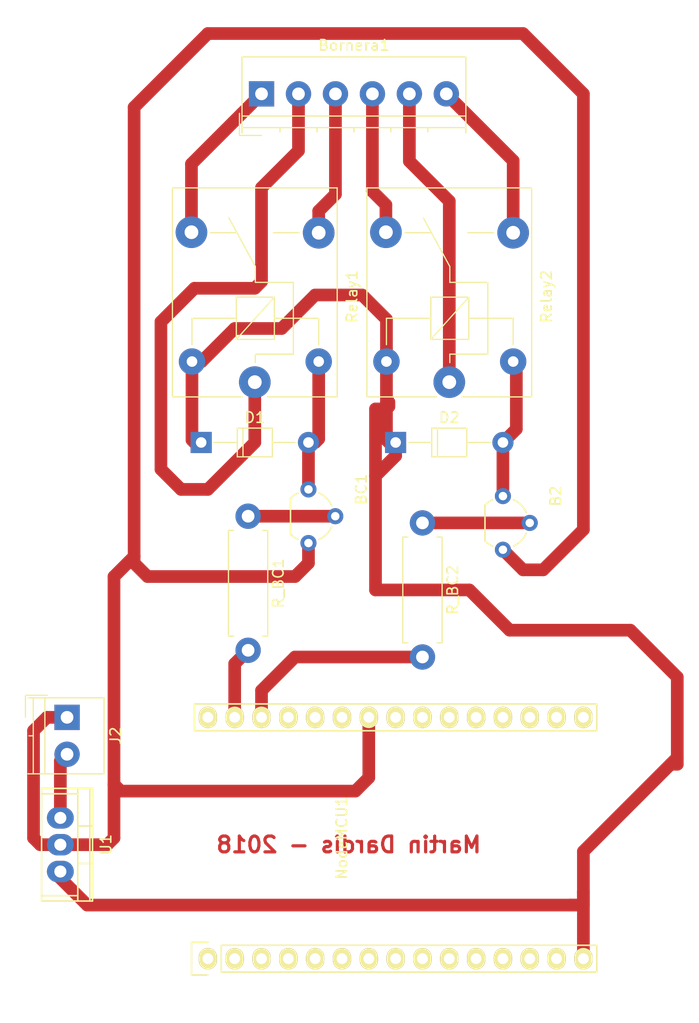
<source format=kicad_pcb>
(kicad_pcb (version 4) (host pcbnew 4.0.7)

  (general
    (links 24)
    (no_connects 0)
    (area 90.045 45.085 157.215 142.583809)
    (thickness 1.6)
    (drawings 1)
    (tracks 107)
    (zones 0)
    (modules 12)
    (nets 42)
  )

  (page A4)
  (layers
    (0 F.Cu signal)
    (31 B.Cu signal)
    (32 B.Adhes user)
    (33 F.Adhes user)
    (34 B.Paste user)
    (35 F.Paste user)
    (36 B.SilkS user)
    (37 F.SilkS user)
    (38 B.Mask user)
    (39 F.Mask user)
    (40 Dwgs.User user)
    (41 Cmts.User user)
    (42 Eco1.User user)
    (43 Eco2.User user)
    (44 Edge.Cuts user)
    (45 Margin user)
    (46 B.CrtYd user)
    (47 F.CrtYd user)
    (48 B.Fab user)
    (49 F.Fab user)
  )

  (setup
    (last_trace_width 1.2)
    (trace_clearance 0.6)
    (zone_clearance 0.1)
    (zone_45_only no)
    (trace_min 0.2)
    (segment_width 0.2)
    (edge_width 0.1)
    (via_size 1)
    (via_drill 0.4)
    (via_min_size 0.4)
    (via_min_drill 0.3)
    (uvia_size 0.3)
    (uvia_drill 0.1)
    (uvias_allowed no)
    (uvia_min_size 0.2)
    (uvia_min_drill 0.1)
    (pcb_text_width 0.3)
    (pcb_text_size 1.5 1.5)
    (mod_edge_width 0.15)
    (mod_text_size 1 1)
    (mod_text_width 0.15)
    (pad_size 1.5 1.5)
    (pad_drill 0.6)
    (pad_to_mask_clearance 0)
    (aux_axis_origin 0 0)
    (visible_elements FFFFFF7F)
    (pcbplotparams
      (layerselection 0x00000_00000001)
      (usegerberextensions false)
      (excludeedgelayer true)
      (linewidth 0.100000)
      (plotframeref false)
      (viasonmask false)
      (mode 1)
      (useauxorigin false)
      (hpglpennumber 1)
      (hpglpenspeed 20)
      (hpglpendiameter 15)
      (hpglpenoverlay 2)
      (psnegative false)
      (psa4output false)
      (plotreference true)
      (plotvalue true)
      (plotinvisibletext false)
      (padsonsilk false)
      (subtractmaskfromsilk false)
      (outputformat 4)
      (mirror false)
      (drillshape 0)
      (scaleselection 1)
      (outputdirectory ""))
  )

  (net 0 "")
  (net 1 "Net-(BC1-Pad2)")
  (net 2 "Net-(BC1-Pad1)")
  (net 3 "Net-(D1-Pad1)")
  (net 4 "Net-(NodeMCU1-Pad1)")
  (net 5 "Net-(NodeMCU1-Pad2)")
  (net 6 "Net-(NodeMCU1-Pad3)")
  (net 7 "Net-(NodeMCU1-Pad4)")
  (net 8 "Net-(NodeMCU1-Pad5)")
  (net 9 "Net-(NodeMCU1-Pad6)")
  (net 10 "Net-(NodeMCU1-Pad7)")
  (net 11 "Net-(NodeMCU1-Pad8)")
  (net 12 "Net-(NodeMCU1-Pad9)")
  (net 13 "Net-(NodeMCU1-Pad10)")
  (net 14 "Net-(NodeMCU1-Pad11)")
  (net 15 "Net-(NodeMCU1-Pad12)")
  (net 16 "Net-(NodeMCU1-Pad13)")
  (net 17 "Net-(NodeMCU1-Pad14)")
  (net 18 "Net-(NodeMCU1-Pad30)")
  (net 19 "Net-(NodeMCU1-Pad18)")
  (net 20 "Net-(NodeMCU1-Pad17)")
  (net 21 "Net-(NodeMCU1-Pad19)")
  (net 22 "Net-(NodeMCU1-Pad25)")
  (net 23 "Net-(NodeMCU1-Pad26)")
  (net 24 "Net-(NodeMCU1-Pad16)")
  (net 25 "Net-(NodeMCU1-Pad22)")
  (net 26 "Net-(NodeMCU1-Pad23)")
  (net 27 "Net-(NodeMCU1-Pad21)")
  (net 28 "Net-(NodeMCU1-Pad20)")
  (net 29 "Net-(NodeMCU1-Pad28)")
  (net 30 "Net-(NodeMCU1-Pad27)")
  (net 31 "Net-(B2-Pad2)")
  (net 32 "Net-(B2-Pad3)")
  (net 33 "Net-(B2-Pad1)")
  (net 34 "Net-(Bornera1-Pad1)")
  (net 35 "Net-(Bornera1-Pad2)")
  (net 36 "Net-(Bornera1-Pad3)")
  (net 37 "Net-(Bornera1-Pad4)")
  (net 38 "Net-(Bornera1-Pad5)")
  (net 39 "Net-(Bornera1-Pad6)")
  (net 40 "Net-(NodeMCU1-Pad29)")
  (net 41 "Net-(J2-Pad2)")

  (net_class Default "Esta es la clase de red por defecto."
    (clearance 0.6)
    (trace_width 1.2)
    (via_dia 1)
    (via_drill 0.4)
    (uvia_dia 0.3)
    (uvia_drill 0.1)
    (add_net "Net-(B2-Pad1)")
    (add_net "Net-(B2-Pad2)")
    (add_net "Net-(B2-Pad3)")
    (add_net "Net-(BC1-Pad1)")
    (add_net "Net-(BC1-Pad2)")
    (add_net "Net-(Bornera1-Pad1)")
    (add_net "Net-(Bornera1-Pad2)")
    (add_net "Net-(Bornera1-Pad3)")
    (add_net "Net-(Bornera1-Pad4)")
    (add_net "Net-(Bornera1-Pad5)")
    (add_net "Net-(Bornera1-Pad6)")
    (add_net "Net-(D1-Pad1)")
    (add_net "Net-(J2-Pad2)")
    (add_net "Net-(NodeMCU1-Pad1)")
    (add_net "Net-(NodeMCU1-Pad10)")
    (add_net "Net-(NodeMCU1-Pad11)")
    (add_net "Net-(NodeMCU1-Pad12)")
    (add_net "Net-(NodeMCU1-Pad13)")
    (add_net "Net-(NodeMCU1-Pad14)")
    (add_net "Net-(NodeMCU1-Pad16)")
    (add_net "Net-(NodeMCU1-Pad17)")
    (add_net "Net-(NodeMCU1-Pad18)")
    (add_net "Net-(NodeMCU1-Pad19)")
    (add_net "Net-(NodeMCU1-Pad2)")
    (add_net "Net-(NodeMCU1-Pad20)")
    (add_net "Net-(NodeMCU1-Pad21)")
    (add_net "Net-(NodeMCU1-Pad22)")
    (add_net "Net-(NodeMCU1-Pad23)")
    (add_net "Net-(NodeMCU1-Pad25)")
    (add_net "Net-(NodeMCU1-Pad26)")
    (add_net "Net-(NodeMCU1-Pad27)")
    (add_net "Net-(NodeMCU1-Pad28)")
    (add_net "Net-(NodeMCU1-Pad29)")
    (add_net "Net-(NodeMCU1-Pad3)")
    (add_net "Net-(NodeMCU1-Pad30)")
    (add_net "Net-(NodeMCU1-Pad4)")
    (add_net "Net-(NodeMCU1-Pad5)")
    (add_net "Net-(NodeMCU1-Pad6)")
    (add_net "Net-(NodeMCU1-Pad7)")
    (add_net "Net-(NodeMCU1-Pad8)")
    (add_net "Net-(NodeMCU1-Pad9)")
  )

  (module TO_SOT_Packages_THT:TO-92_Molded_Wide (layer F.Cu) (tedit 54F243CD) (tstamp 5B7DE51B)
    (at 137.795 92.075 270)
    (descr "TO-92 leads molded, wide, drill 0.8mm (see NXP sot054_po.pdf)")
    (tags "to-92 sc-43 sc-43a sot54 PA33 transistor")
    (path /5B73627F)
    (fp_text reference B2 (at 0 -5 450) (layer F.SilkS)
      (effects (font (size 1 1) (thickness 0.15)))
    )
    (fp_text value BC548 (at 0 3 270) (layer F.Fab)
      (effects (font (size 1 1) (thickness 0.15)))
    )
    (fp_arc (start 2.54 0) (end 0.34 -1) (angle 41.11209044) (layer F.SilkS) (width 0.15))
    (fp_arc (start 2.54 0) (end 4.74 -1) (angle -41.11210221) (layer F.SilkS) (width 0.15))
    (fp_arc (start 2.54 0) (end 0.84 1.7) (angle 20.5) (layer F.SilkS) (width 0.15))
    (fp_arc (start 2.54 0) (end 4.24 1.7) (angle -20.5) (layer F.SilkS) (width 0.15))
    (fp_line (start -1 1.95) (end -1 -3.55) (layer F.CrtYd) (width 0.05))
    (fp_line (start -1 1.95) (end 6.1 1.95) (layer F.CrtYd) (width 0.05))
    (fp_line (start 0.84 1.7) (end 4.24 1.7) (layer F.SilkS) (width 0.15))
    (fp_line (start -1 -3.55) (end 6.1 -3.55) (layer F.CrtYd) (width 0.05))
    (fp_line (start 6.1 1.95) (end 6.1 -3.55) (layer F.CrtYd) (width 0.05))
    (pad 2 thru_hole circle (at 2.54 -2.54) (size 1.524 1.524) (drill 0.8) (layers *.Cu *.Mask)
      (net 31 "Net-(B2-Pad2)"))
    (pad 3 thru_hole circle (at 5.08 0) (size 1.524 1.524) (drill 0.8) (layers *.Cu *.Mask)
      (net 32 "Net-(B2-Pad3)"))
    (pad 1 thru_hole circle (at 0 0) (size 1.524 1.524) (drill 0.8) (layers *.Cu *.Mask)
      (net 33 "Net-(B2-Pad1)"))
    (model TO_SOT_Packages_THT.3dshapes/TO-92_Molded_Wide.wrl
      (at (xyz 0.1 0 0))
      (scale (xyz 1 1 1))
      (rotate (xyz 0 0 -90))
    )
  )

  (module TO_SOT_Packages_THT:TO-92_Molded_Wide (layer F.Cu) (tedit 54F243CD) (tstamp 5B7DE52B)
    (at 119.38 91.44 270)
    (descr "TO-92 leads molded, wide, drill 0.8mm (see NXP sot054_po.pdf)")
    (tags "to-92 sc-43 sc-43a sot54 PA33 transistor")
    (path /5B6B7B49)
    (fp_text reference BC1 (at 0 -5 450) (layer F.SilkS)
      (effects (font (size 1 1) (thickness 0.15)))
    )
    (fp_text value BC548 (at 0 3 270) (layer F.Fab)
      (effects (font (size 1 1) (thickness 0.15)))
    )
    (fp_arc (start 2.54 0) (end 0.34 -1) (angle 41.11209044) (layer F.SilkS) (width 0.15))
    (fp_arc (start 2.54 0) (end 4.74 -1) (angle -41.11210221) (layer F.SilkS) (width 0.15))
    (fp_arc (start 2.54 0) (end 0.84 1.7) (angle 20.5) (layer F.SilkS) (width 0.15))
    (fp_arc (start 2.54 0) (end 4.24 1.7) (angle -20.5) (layer F.SilkS) (width 0.15))
    (fp_line (start -1 1.95) (end -1 -3.55) (layer F.CrtYd) (width 0.05))
    (fp_line (start -1 1.95) (end 6.1 1.95) (layer F.CrtYd) (width 0.05))
    (fp_line (start 0.84 1.7) (end 4.24 1.7) (layer F.SilkS) (width 0.15))
    (fp_line (start -1 -3.55) (end 6.1 -3.55) (layer F.CrtYd) (width 0.05))
    (fp_line (start 6.1 1.95) (end 6.1 -3.55) (layer F.CrtYd) (width 0.05))
    (pad 2 thru_hole circle (at 2.54 -2.54) (size 1.524 1.524) (drill 0.8) (layers *.Cu *.Mask)
      (net 1 "Net-(BC1-Pad2)"))
    (pad 3 thru_hole circle (at 5.08 0) (size 1.524 1.524) (drill 0.8) (layers *.Cu *.Mask)
      (net 32 "Net-(B2-Pad3)"))
    (pad 1 thru_hole circle (at 0 0) (size 1.524 1.524) (drill 0.8) (layers *.Cu *.Mask)
      (net 2 "Net-(BC1-Pad1)"))
    (model TO_SOT_Packages_THT.3dshapes/TO-92_Molded_Wide.wrl
      (at (xyz 0.1 0 0))
      (scale (xyz 1 1 1))
      (rotate (xyz 0 0 -90))
    )
  )

  (module Connectors_Terminal_Blocks:TerminalBlock_4UCON_19963_06x3.5mm_Straight (layer F.Cu) (tedit 5971E3D8) (tstamp 5B7DE552)
    (at 114.935 53.975)
    (descr "6-way 3.5mm pitch terminal block, https://cdn-shop.adafruit.com/datasheets/19963.pdf")
    (tags "screw terminal block")
    (path /5B735FD9)
    (fp_text reference Bornera1 (at 8.75 -4.6) (layer F.SilkS)
      (effects (font (size 1 1) (thickness 0.15)))
    )
    (fp_text value Conn_01x06 (at 8.75 5.1) (layer F.Fab)
      (effects (font (size 1 1) (thickness 0.15)))
    )
    (fp_line (start -2.25 -3.9) (end -2.25 4.1) (layer F.CrtYd) (width 0.05))
    (fp_line (start -2.25 4.1) (end 19.75 4.1) (layer F.CrtYd) (width 0.05))
    (fp_line (start 19.75 4.1) (end 19.75 -3.9) (layer F.CrtYd) (width 0.05))
    (fp_line (start 19.75 -3.9) (end -2.25 -3.9) (layer F.CrtYd) (width 0.05))
    (fp_line (start -1.75 2.1) (end 19.25 2.1) (layer F.Fab) (width 0.1))
    (fp_line (start -1.75 3.2) (end 19.25 3.2) (layer F.Fab) (width 0.1))
    (fp_line (start -1.75 3.6) (end -1.75 -3.4) (layer F.Fab) (width 0.1))
    (fp_line (start -1.75 -3.4) (end 19.25 -3.4) (layer F.Fab) (width 0.1))
    (fp_line (start 19.25 -3.4) (end 19.25 3.6) (layer F.Fab) (width 0.1))
    (fp_line (start 1.75 3.2) (end 1.75 3.6) (layer F.Fab) (width 0.1))
    (fp_line (start 5.25 3.2) (end 5.25 3.6) (layer F.Fab) (width 0.1))
    (fp_line (start 8.75 3.2) (end 8.75 3.6) (layer F.Fab) (width 0.1))
    (fp_line (start 12.25 3.2) (end 12.25 3.6) (layer F.Fab) (width 0.1))
    (fp_line (start 15.75 3.2) (end 15.75 3.6) (layer F.Fab) (width 0.1))
    (fp_line (start -2.09 1.85) (end -2.09 3.94) (layer F.Fab) (width 0.1))
    (fp_line (start -2.09 3.94) (end 0 3.94) (layer F.Fab) (width 0.1))
    (fp_line (start -1.85 2.1) (end 19.35 2.1) (layer F.SilkS) (width 0.12))
    (fp_line (start -1.85 3.2) (end 19.35 3.2) (layer F.SilkS) (width 0.12))
    (fp_line (start -1.85 3.7) (end -1.85 -3.5) (layer F.SilkS) (width 0.12))
    (fp_line (start -1.85 -3.5) (end 19.35 -3.5) (layer F.SilkS) (width 0.12))
    (fp_line (start 19.35 -3.5) (end 19.35 3.7) (layer F.SilkS) (width 0.12))
    (fp_line (start 1.75 3.2) (end 1.75 3.6) (layer F.SilkS) (width 0.12))
    (fp_line (start 5.25 3.2) (end 5.25 3.6) (layer F.SilkS) (width 0.12))
    (fp_line (start 8.75 3.2) (end 8.75 3.6) (layer F.SilkS) (width 0.12))
    (fp_line (start 12.25 3.2) (end 12.25 3.6) (layer F.SilkS) (width 0.12))
    (fp_line (start 15.75 3.2) (end 15.75 3.6) (layer F.SilkS) (width 0.12))
    (fp_line (start -2.09 1.85) (end -2.09 3.94) (layer F.SilkS) (width 0.12))
    (fp_line (start -2.09 3.94) (end 0 3.94) (layer F.SilkS) (width 0.12))
    (fp_text user %R (at 8.75 0.1) (layer F.Fab)
      (effects (font (size 1 1) (thickness 0.15)))
    )
    (pad 1 thru_hole rect (at 0 0) (size 2.4 2.4) (drill 1.2) (layers *.Cu *.Mask)
      (net 34 "Net-(Bornera1-Pad1)"))
    (pad 2 thru_hole circle (at 3.5 0) (size 2.4 2.4) (drill 1.2) (layers *.Cu *.Mask)
      (net 35 "Net-(Bornera1-Pad2)"))
    (pad 3 thru_hole circle (at 7 0) (size 2.4 2.4) (drill 1.2) (layers *.Cu *.Mask)
      (net 36 "Net-(Bornera1-Pad3)"))
    (pad 4 thru_hole circle (at 10.5 0) (size 2.4 2.4) (drill 1.2) (layers *.Cu *.Mask)
      (net 37 "Net-(Bornera1-Pad4)"))
    (pad 5 thru_hole circle (at 14 0) (size 2.4 2.4) (drill 1.2) (layers *.Cu *.Mask)
      (net 38 "Net-(Bornera1-Pad5)"))
    (pad 6 thru_hole circle (at 17.5 0) (size 2.4 2.4) (drill 1.2) (layers *.Cu *.Mask)
      (net 39 "Net-(Bornera1-Pad6)"))
    (model ${KISYS3DMOD}/Connectors_Terminal_Blocks.3dshapes/TerminalBlock_4UCON_19963_06x3.5mm_Straight.wrl
      (at (xyz 0 0 0))
      (scale (xyz 1 1 1))
      (rotate (xyz 0 0 0))
    )
  )

  (module Diodes_THT:D_T-1_P10.16mm_Horizontal (layer F.Cu) (tedit 5921392F) (tstamp 5B7DE56B)
    (at 109.22 86.995)
    (descr "D, T-1 series, Axial, Horizontal, pin pitch=10.16mm, , length*diameter=3.2*2.6mm^2, , http://www.diodes.com/_files/packages/T-1.pdf")
    (tags "D T-1 series Axial Horizontal pin pitch 10.16mm  length 3.2mm diameter 2.6mm")
    (path /5B71E919)
    (fp_text reference D1 (at 5.08 -2.36) (layer F.SilkS)
      (effects (font (size 1 1) (thickness 0.15)))
    )
    (fp_text value D (at 5.08 2.36) (layer F.Fab)
      (effects (font (size 1 1) (thickness 0.15)))
    )
    (fp_text user %R (at 5.08 0) (layer F.Fab)
      (effects (font (size 1 1) (thickness 0.15)))
    )
    (fp_line (start 3.48 -1.3) (end 3.48 1.3) (layer F.Fab) (width 0.1))
    (fp_line (start 3.48 1.3) (end 6.68 1.3) (layer F.Fab) (width 0.1))
    (fp_line (start 6.68 1.3) (end 6.68 -1.3) (layer F.Fab) (width 0.1))
    (fp_line (start 6.68 -1.3) (end 3.48 -1.3) (layer F.Fab) (width 0.1))
    (fp_line (start 0 0) (end 3.48 0) (layer F.Fab) (width 0.1))
    (fp_line (start 10.16 0) (end 6.68 0) (layer F.Fab) (width 0.1))
    (fp_line (start 3.96 -1.3) (end 3.96 1.3) (layer F.Fab) (width 0.1))
    (fp_line (start 3.42 -1.36) (end 3.42 1.36) (layer F.SilkS) (width 0.12))
    (fp_line (start 3.42 1.36) (end 6.74 1.36) (layer F.SilkS) (width 0.12))
    (fp_line (start 6.74 1.36) (end 6.74 -1.36) (layer F.SilkS) (width 0.12))
    (fp_line (start 6.74 -1.36) (end 3.42 -1.36) (layer F.SilkS) (width 0.12))
    (fp_line (start 1.18 0) (end 3.42 0) (layer F.SilkS) (width 0.12))
    (fp_line (start 8.98 0) (end 6.74 0) (layer F.SilkS) (width 0.12))
    (fp_line (start 3.96 -1.36) (end 3.96 1.36) (layer F.SilkS) (width 0.12))
    (fp_line (start -1.25 -1.65) (end -1.25 1.65) (layer F.CrtYd) (width 0.05))
    (fp_line (start -1.25 1.65) (end 11.45 1.65) (layer F.CrtYd) (width 0.05))
    (fp_line (start 11.45 1.65) (end 11.45 -1.65) (layer F.CrtYd) (width 0.05))
    (fp_line (start 11.45 -1.65) (end -1.25 -1.65) (layer F.CrtYd) (width 0.05))
    (pad 1 thru_hole rect (at 0 0) (size 2 2) (drill 1) (layers *.Cu *.Mask)
      (net 3 "Net-(D1-Pad1)"))
    (pad 2 thru_hole oval (at 10.16 0) (size 2 2) (drill 1) (layers *.Cu *.Mask)
      (net 2 "Net-(BC1-Pad1)"))
    (model ${KISYS3DMOD}/Diodes_THT.3dshapes/D_T-1_P10.16mm_Horizontal.wrl
      (at (xyz 0 0 0))
      (scale (xyz 0.393701 0.393701 0.393701))
      (rotate (xyz 0 0 0))
    )
  )

  (module Diodes_THT:D_T-1_P10.16mm_Horizontal (layer F.Cu) (tedit 5921392F) (tstamp 5B7DE584)
    (at 127.635 86.995)
    (descr "D, T-1 series, Axial, Horizontal, pin pitch=10.16mm, , length*diameter=3.2*2.6mm^2, , http://www.diodes.com/_files/packages/T-1.pdf")
    (tags "D T-1 series Axial Horizontal pin pitch 10.16mm  length 3.2mm diameter 2.6mm")
    (path /5B736721)
    (fp_text reference D2 (at 5.08 -2.36) (layer F.SilkS)
      (effects (font (size 1 1) (thickness 0.15)))
    )
    (fp_text value D (at 5.08 2.36) (layer F.Fab)
      (effects (font (size 1 1) (thickness 0.15)))
    )
    (fp_text user %R (at 5.08 0) (layer F.Fab)
      (effects (font (size 1 1) (thickness 0.15)))
    )
    (fp_line (start 3.48 -1.3) (end 3.48 1.3) (layer F.Fab) (width 0.1))
    (fp_line (start 3.48 1.3) (end 6.68 1.3) (layer F.Fab) (width 0.1))
    (fp_line (start 6.68 1.3) (end 6.68 -1.3) (layer F.Fab) (width 0.1))
    (fp_line (start 6.68 -1.3) (end 3.48 -1.3) (layer F.Fab) (width 0.1))
    (fp_line (start 0 0) (end 3.48 0) (layer F.Fab) (width 0.1))
    (fp_line (start 10.16 0) (end 6.68 0) (layer F.Fab) (width 0.1))
    (fp_line (start 3.96 -1.3) (end 3.96 1.3) (layer F.Fab) (width 0.1))
    (fp_line (start 3.42 -1.36) (end 3.42 1.36) (layer F.SilkS) (width 0.12))
    (fp_line (start 3.42 1.36) (end 6.74 1.36) (layer F.SilkS) (width 0.12))
    (fp_line (start 6.74 1.36) (end 6.74 -1.36) (layer F.SilkS) (width 0.12))
    (fp_line (start 6.74 -1.36) (end 3.42 -1.36) (layer F.SilkS) (width 0.12))
    (fp_line (start 1.18 0) (end 3.42 0) (layer F.SilkS) (width 0.12))
    (fp_line (start 8.98 0) (end 6.74 0) (layer F.SilkS) (width 0.12))
    (fp_line (start 3.96 -1.36) (end 3.96 1.36) (layer F.SilkS) (width 0.12))
    (fp_line (start -1.25 -1.65) (end -1.25 1.65) (layer F.CrtYd) (width 0.05))
    (fp_line (start -1.25 1.65) (end 11.45 1.65) (layer F.CrtYd) (width 0.05))
    (fp_line (start 11.45 1.65) (end 11.45 -1.65) (layer F.CrtYd) (width 0.05))
    (fp_line (start 11.45 -1.65) (end -1.25 -1.65) (layer F.CrtYd) (width 0.05))
    (pad 1 thru_hole rect (at 0 0) (size 2 2) (drill 1) (layers *.Cu *.Mask)
      (net 3 "Net-(D1-Pad1)"))
    (pad 2 thru_hole oval (at 10.16 0) (size 2 2) (drill 1) (layers *.Cu *.Mask)
      (net 33 "Net-(B2-Pad1)"))
    (model ${KISYS3DMOD}/Diodes_THT.3dshapes/D_T-1_P10.16mm_Horizontal.wrl
      (at (xyz 0 0 0))
      (scale (xyz 0.393701 0.393701 0.393701))
      (rotate (xyz 0 0 0))
    )
  )

  (module Connectors_Terminal_Blocks:TerminalBlock_4UCON_19963_02x3.5mm_Straight (layer F.Cu) (tedit 596E7C65) (tstamp 5B7DE5AD)
    (at 96.52 113.03 270)
    (descr "2-way 3.5mm pitch terminal block, https://cdn-shop.adafruit.com/datasheets/19963.pdf")
    (tags "screw terminal block")
    (path /5B7375E7)
    (fp_text reference J2 (at 1.75 -4.6 270) (layer F.SilkS)
      (effects (font (size 1 1) (thickness 0.15)))
    )
    (fp_text value Conn_01x02 (at 1.75 5.1 270) (layer F.Fab)
      (effects (font (size 1 1) (thickness 0.15)))
    )
    (fp_line (start -2.25 -3.9) (end -2.25 4.1) (layer F.CrtYd) (width 0.05))
    (fp_line (start -2.25 4.1) (end 5.75 4.1) (layer F.CrtYd) (width 0.05))
    (fp_line (start 5.75 4.1) (end 5.75 -3.9) (layer F.CrtYd) (width 0.05))
    (fp_line (start 5.75 -3.9) (end -2.25 -3.9) (layer F.CrtYd) (width 0.05))
    (fp_line (start -1.75 2.1) (end 5.25 2.1) (layer F.Fab) (width 0.1))
    (fp_line (start -1.75 3.2) (end 5.25 3.2) (layer F.Fab) (width 0.1))
    (fp_line (start -1.75 3.6) (end -1.75 -3.4) (layer F.Fab) (width 0.1))
    (fp_line (start -1.75 -3.4) (end 5.25 -3.4) (layer F.Fab) (width 0.1))
    (fp_line (start 5.25 -3.4) (end 5.25 3.6) (layer F.Fab) (width 0.1))
    (fp_line (start 1.75 3.2) (end 1.75 3.6) (layer F.Fab) (width 0.1))
    (fp_line (start -2.09 1.85) (end -2.09 3.94) (layer F.Fab) (width 0.1))
    (fp_line (start -2.09 3.94) (end 0 3.94) (layer F.Fab) (width 0.1))
    (fp_line (start -1.85 2.1) (end 5.35 2.1) (layer F.SilkS) (width 0.12))
    (fp_line (start -1.85 3.2) (end 5.35 3.2) (layer F.SilkS) (width 0.12))
    (fp_line (start -1.85 3.7) (end -1.85 -3.5) (layer F.SilkS) (width 0.12))
    (fp_line (start -1.85 -3.5) (end 5.35 -3.5) (layer F.SilkS) (width 0.12))
    (fp_line (start 5.35 -3.5) (end 5.35 3.7) (layer F.SilkS) (width 0.12))
    (fp_line (start 1.75 3.2) (end 1.75 3.6) (layer F.SilkS) (width 0.12))
    (fp_line (start -2.09 1.85) (end -2.09 3.94) (layer F.SilkS) (width 0.12))
    (fp_line (start -2.09 3.94) (end 0 3.94) (layer F.SilkS) (width 0.12))
    (fp_text user %R (at 1.75 0.1 270) (layer F.Fab)
      (effects (font (size 1 1) (thickness 0.15)))
    )
    (pad 1 thru_hole rect (at 0 0 270) (size 2.4 2.4) (drill 1.2) (layers *.Cu *.Mask)
      (net 32 "Net-(B2-Pad3)"))
    (pad 2 thru_hole circle (at 3.5 0 270) (size 2.4 2.4) (drill 1.2) (layers *.Cu *.Mask)
      (net 41 "Net-(J2-Pad2)"))
    (model ${KISYS3DMOD}/Connectors_Terminal_Blocks.3dshapes/TerminalBlock_4UCON_19963_02x3.5mm_Straight.wrl
      (at (xyz 0 0 0))
      (scale (xyz 1 1 1))
      (rotate (xyz 0 0 0))
    )
  )

  (module nodemcu:NodeMCU_Amica_R2 (layer F.Cu) (tedit 5A22F9CB) (tstamp 5B7DE5E5)
    (at 109.855 135.89 90)
    (descr "Through-hole-mounted NodeMCU 0.9")
    (tags nodemcu)
    (path /5B6B7953)
    (fp_text reference NodeMCU1 (at 11.43 12.68 90) (layer F.SilkS)
      (effects (font (size 1 1) (thickness 0.15)))
    )
    (fp_text value "NodeMCU1.0(ESP-12E)" (at 11.43 45.085 90) (layer F.Fab)
      (effects (font (size 2 2) (thickness 0.15)))
    )
    (fp_line (start 15.24 37.465) (end 15.24 42.545) (layer F.CrtYd) (width 0.15))
    (fp_line (start 7.62 37.465) (end 15.24 37.465) (layer F.CrtYd) (width 0.15))
    (fp_line (start 7.62 42.545) (end 7.62 37.465) (layer F.CrtYd) (width 0.15))
    (fp_line (start -1.905 42.545) (end -1.905 -6.35) (layer F.CrtYd) (width 0.15))
    (fp_line (start 24.765 42.545) (end -1.905 42.545) (layer F.CrtYd) (width 0.15))
    (fp_line (start 24.765 -6.35) (end 24.765 42.545) (layer F.CrtYd) (width 0.15))
    (fp_line (start -1.905 -6.35) (end 24.765 -6.35) (layer F.CrtYd) (width 0.15))
    (fp_line (start -1.27 1.27) (end -1.27 36.83) (layer F.SilkS) (width 0.15))
    (fp_line (start -1.27 36.83) (end 1.27 36.83) (layer F.SilkS) (width 0.15))
    (fp_line (start 1.27 36.83) (end 1.27 1.27) (layer F.SilkS) (width 0.15))
    (fp_line (start 1.55 -1.55) (end 1.55 0) (layer F.SilkS) (width 0.15))
    (fp_line (start 1.27 1.27) (end -1.27 1.27) (layer F.SilkS) (width 0.15))
    (fp_line (start -1.55 0) (end -1.55 -1.55) (layer F.SilkS) (width 0.15))
    (fp_line (start -1.55 -1.55) (end 1.55 -1.55) (layer F.SilkS) (width 0.15))
    (fp_line (start 21.59 36.83) (end 24.13 36.83) (layer F.SilkS) (width 0.15))
    (fp_line (start 21.59 -1.27) (end 21.59 36.83) (layer F.SilkS) (width 0.15))
    (fp_line (start 24.13 -1.27) (end 21.59 -1.27) (layer F.SilkS) (width 0.15))
    (fp_line (start 24.13 36.83) (end 24.13 -1.27) (layer F.SilkS) (width 0.15))
    (pad 1 thru_hole oval (at 0 0 90) (size 2.032 1.7272) (drill 1.016) (layers *.Cu *.Mask F.SilkS)
      (net 4 "Net-(NodeMCU1-Pad1)"))
    (pad 2 thru_hole oval (at 0 2.54 90) (size 2.032 1.7272) (drill 1.016) (layers *.Cu *.Mask F.SilkS)
      (net 5 "Net-(NodeMCU1-Pad2)"))
    (pad 3 thru_hole oval (at 0 5.08 90) (size 2.032 1.7272) (drill 1.016) (layers *.Cu *.Mask F.SilkS)
      (net 6 "Net-(NodeMCU1-Pad3)"))
    (pad 4 thru_hole oval (at 0 7.62 90) (size 2.032 1.7272) (drill 1.016) (layers *.Cu *.Mask F.SilkS)
      (net 7 "Net-(NodeMCU1-Pad4)"))
    (pad 5 thru_hole oval (at 0 10.16 90) (size 2.032 1.7272) (drill 1.016) (layers *.Cu *.Mask F.SilkS)
      (net 8 "Net-(NodeMCU1-Pad5)"))
    (pad 6 thru_hole oval (at 0 12.7 90) (size 2.032 1.7272) (drill 1.016) (layers *.Cu *.Mask F.SilkS)
      (net 9 "Net-(NodeMCU1-Pad6)"))
    (pad 7 thru_hole oval (at 0 15.24 90) (size 2.032 1.7272) (drill 1.016) (layers *.Cu *.Mask F.SilkS)
      (net 10 "Net-(NodeMCU1-Pad7)"))
    (pad 8 thru_hole oval (at 0 17.78 90) (size 2.032 1.7272) (drill 1.016) (layers *.Cu *.Mask F.SilkS)
      (net 11 "Net-(NodeMCU1-Pad8)"))
    (pad 9 thru_hole oval (at 0 20.32 90) (size 2.032 1.7272) (drill 1.016) (layers *.Cu *.Mask F.SilkS)
      (net 12 "Net-(NodeMCU1-Pad9)"))
    (pad 10 thru_hole oval (at 0 22.86 90) (size 2.032 1.7272) (drill 1.016) (layers *.Cu *.Mask F.SilkS)
      (net 13 "Net-(NodeMCU1-Pad10)"))
    (pad 11 thru_hole oval (at 0 25.4 90) (size 2.032 1.7272) (drill 1.016) (layers *.Cu *.Mask F.SilkS)
      (net 14 "Net-(NodeMCU1-Pad11)"))
    (pad 12 thru_hole oval (at 0 27.94 90) (size 2.032 1.7272) (drill 1.016) (layers *.Cu *.Mask F.SilkS)
      (net 15 "Net-(NodeMCU1-Pad12)"))
    (pad 13 thru_hole oval (at 0 30.48 90) (size 2.032 1.7272) (drill 1.016) (layers *.Cu *.Mask F.SilkS)
      (net 16 "Net-(NodeMCU1-Pad13)"))
    (pad 14 thru_hole oval (at 0 33.02 90) (size 2.032 1.7272) (drill 1.016) (layers *.Cu *.Mask F.SilkS)
      (net 17 "Net-(NodeMCU1-Pad14)"))
    (pad 15 thru_hole oval (at 0 35.56 90) (size 2.032 1.7272) (drill 1.016) (layers *.Cu *.Mask F.SilkS)
      (net 3 "Net-(D1-Pad1)"))
    (pad 30 thru_hole oval (at 22.86 0 90) (size 2.032 1.7272) (drill 1.016) (layers *.Cu *.Mask F.SilkS)
      (net 18 "Net-(NodeMCU1-Pad30)"))
    (pad 18 thru_hole oval (at 22.86 30.48 90) (size 2.032 1.7272) (drill 1.016) (layers *.Cu *.Mask F.SilkS)
      (net 19 "Net-(NodeMCU1-Pad18)"))
    (pad 17 thru_hole oval (at 22.86 33.02 90) (size 2.032 1.7272) (drill 1.016) (layers *.Cu *.Mask F.SilkS)
      (net 20 "Net-(NodeMCU1-Pad17)"))
    (pad 19 thru_hole oval (at 22.86 27.94 90) (size 2.032 1.7272) (drill 1.016) (layers *.Cu *.Mask F.SilkS)
      (net 21 "Net-(NodeMCU1-Pad19)"))
    (pad 25 thru_hole oval (at 22.86 12.7 90) (size 2.032 1.7272) (drill 1.016) (layers *.Cu *.Mask F.SilkS)
      (net 22 "Net-(NodeMCU1-Pad25)"))
    (pad 26 thru_hole oval (at 22.86 10.16 90) (size 2.032 1.7272) (drill 1.016) (layers *.Cu *.Mask F.SilkS)
      (net 23 "Net-(NodeMCU1-Pad26)"))
    (pad 24 thru_hole oval (at 22.86 15.24 90) (size 2.032 1.7272) (drill 1.016) (layers *.Cu *.Mask F.SilkS)
      (net 32 "Net-(B2-Pad3)"))
    (pad 16 thru_hole oval (at 22.86 35.56 90) (size 2.032 1.7272) (drill 1.016) (layers *.Cu *.Mask F.SilkS)
      (net 24 "Net-(NodeMCU1-Pad16)"))
    (pad 22 thru_hole oval (at 22.86 20.32 90) (size 2.032 1.7272) (drill 1.016) (layers *.Cu *.Mask F.SilkS)
      (net 25 "Net-(NodeMCU1-Pad22)"))
    (pad 23 thru_hole oval (at 22.86 17.78 90) (size 2.032 1.7272) (drill 1.016) (layers *.Cu *.Mask F.SilkS)
      (net 26 "Net-(NodeMCU1-Pad23)"))
    (pad 21 thru_hole oval (at 22.86 22.86 90) (size 2.032 1.7272) (drill 1.016) (layers *.Cu *.Mask F.SilkS)
      (net 27 "Net-(NodeMCU1-Pad21)"))
    (pad 20 thru_hole oval (at 22.86 25.4 90) (size 2.032 1.7272) (drill 1.016) (layers *.Cu *.Mask F.SilkS)
      (net 28 "Net-(NodeMCU1-Pad20)"))
    (pad 28 thru_hole oval (at 22.86 5.08 90) (size 2.032 1.7272) (drill 1.016) (layers *.Cu *.Mask F.SilkS)
      (net 29 "Net-(NodeMCU1-Pad28)"))
    (pad 27 thru_hole oval (at 22.86 7.62 90) (size 2.032 1.7272) (drill 1.016) (layers *.Cu *.Mask F.SilkS)
      (net 30 "Net-(NodeMCU1-Pad27)"))
    (pad 29 thru_hole oval (at 22.86 2.54 90) (size 2.032 1.7272) (drill 1.016) (layers *.Cu *.Mask F.SilkS)
      (net 40 "Net-(NodeMCU1-Pad29)"))
    (pad "" np_thru_hole circle (at 0.8 39.38 90) (size 3.2 3.2) (drill 3.2) (layers *.Cu *.Mask))
    (pad "" np_thru_hole circle (at 22 39.38 90) (size 3.2 3.2) (drill 3.2) (layers *.Cu *.Mask))
    (pad "" np_thru_hole circle (at 22 -4.25 90) (size 3.2 3.2) (drill 3.2) (layers *.Cu *.Mask))
    (pad "" np_thru_hole circle (at 0.75 -4.25 90) (size 3.2 3.2) (drill 3.2) (layers *.Cu *.Mask))
  )

  (module Relays_THT:Relay_SPDT_SANYOU_SRD_Series_Form_C (layer F.Cu) (tedit 58FA3148) (tstamp 5B7DE60E)
    (at 114.3 81.28 90)
    (descr "relay Sanyou SRD series Form C http://www.sanyourelay.ca/public/products/pdf/SRD.pdf")
    (tags "relay Sanyu SRD form C")
    (path /5B71E44B)
    (fp_text reference Relay1 (at 8.1 9.2 90) (layer F.SilkS)
      (effects (font (size 1 1) (thickness 0.15)))
    )
    (fp_text value SANYOU_SRD_Form_C (at 8 -9.6 90) (layer F.Fab)
      (effects (font (size 1 1) (thickness 0.15)))
    )
    (fp_line (start -1.4 1.2) (end -1.4 7.8) (layer F.SilkS) (width 0.12))
    (fp_line (start -1.4 -7.8) (end -1.4 -1.2) (layer F.SilkS) (width 0.12))
    (fp_line (start -1.4 -7.8) (end 18.4 -7.8) (layer F.SilkS) (width 0.12))
    (fp_line (start 18.4 -7.8) (end 18.4 7.8) (layer F.SilkS) (width 0.12))
    (fp_line (start 18.4 7.8) (end -1.4 7.8) (layer F.SilkS) (width 0.12))
    (fp_text user 1 (at 0 -2.3 90) (layer F.Fab)
      (effects (font (size 1 1) (thickness 0.15)))
    )
    (fp_line (start -1.3 -7.7) (end 18.3 -7.7) (layer F.Fab) (width 0.12))
    (fp_line (start 18.3 -7.7) (end 18.3 7.7) (layer F.Fab) (width 0.12))
    (fp_line (start 18.3 7.7) (end -1.3 7.7) (layer F.Fab) (width 0.12))
    (fp_line (start -1.3 7.7) (end -1.3 -7.7) (layer F.Fab) (width 0.12))
    (fp_text user %R (at 7.1 0.025 90) (layer F.Fab)
      (effects (font (size 1 1) (thickness 0.15)))
    )
    (fp_line (start 18.55 -7.95) (end -1.55 -7.95) (layer F.CrtYd) (width 0.05))
    (fp_line (start -1.55 7.95) (end -1.55 -7.95) (layer F.CrtYd) (width 0.05))
    (fp_line (start 18.55 -7.95) (end 18.55 7.95) (layer F.CrtYd) (width 0.05))
    (fp_line (start -1.55 7.95) (end 18.55 7.95) (layer F.CrtYd) (width 0.05))
    (fp_line (start 14.15 4.2) (end 14.15 1.75) (layer F.SilkS) (width 0.12))
    (fp_line (start 14.15 -4.2) (end 14.15 -1.7) (layer F.SilkS) (width 0.12))
    (fp_line (start 3.55 6.05) (end 6.05 6.05) (layer F.SilkS) (width 0.12))
    (fp_line (start 2.65 0.05) (end 1.85 0.05) (layer F.SilkS) (width 0.12))
    (fp_line (start 6.05 -5.95) (end 3.55 -5.95) (layer F.SilkS) (width 0.12))
    (fp_line (start 9.45 0.05) (end 10.95 0.05) (layer F.SilkS) (width 0.12))
    (fp_line (start 10.95 0.05) (end 15.55 -2.45) (layer F.SilkS) (width 0.12))
    (fp_line (start 9.45 3.65) (end 2.65 3.65) (layer F.SilkS) (width 0.12))
    (fp_line (start 9.45 0.05) (end 9.45 3.65) (layer F.SilkS) (width 0.12))
    (fp_line (start 2.65 0.05) (end 2.65 3.65) (layer F.SilkS) (width 0.12))
    (fp_line (start 6.05 -5.95) (end 6.05 -1.75) (layer F.SilkS) (width 0.12))
    (fp_line (start 6.05 1.85) (end 6.05 6.05) (layer F.SilkS) (width 0.12))
    (fp_line (start 8.05 1.85) (end 4.05 -1.75) (layer F.SilkS) (width 0.12))
    (fp_line (start 4.05 1.85) (end 4.05 -1.75) (layer F.SilkS) (width 0.12))
    (fp_line (start 4.05 -1.75) (end 8.05 -1.75) (layer F.SilkS) (width 0.12))
    (fp_line (start 8.05 -1.75) (end 8.05 1.85) (layer F.SilkS) (width 0.12))
    (fp_line (start 8.05 1.85) (end 4.05 1.85) (layer F.SilkS) (width 0.12))
    (pad 2 thru_hole circle (at 1.95 6.05 180) (size 2.5 2.5) (drill 1) (layers *.Cu *.Mask)
      (net 2 "Net-(BC1-Pad1)"))
    (pad 3 thru_hole circle (at 14.15 6.05 180) (size 3 3) (drill 1.3) (layers *.Cu *.Mask)
      (net 36 "Net-(Bornera1-Pad3)"))
    (pad 4 thru_hole circle (at 14.2 -6 180) (size 3 3) (drill 1.3) (layers *.Cu *.Mask)
      (net 34 "Net-(Bornera1-Pad1)"))
    (pad 5 thru_hole circle (at 1.95 -5.95 180) (size 2.5 2.5) (drill 1) (layers *.Cu *.Mask)
      (net 3 "Net-(D1-Pad1)"))
    (pad 1 thru_hole circle (at 0 0 180) (size 3 3) (drill 1.3) (layers *.Cu *.Mask)
      (net 35 "Net-(Bornera1-Pad2)"))
    (model ${KISYS3DMOD}/Relays_THT.3dshapes/Relay_SPDT_SANYOU_SRD_Series_Form_C.wrl
      (at (xyz 0 0 0))
      (scale (xyz 1 1 1))
      (rotate (xyz 0 0 0))
    )
  )

  (module Relays_THT:Relay_SPDT_SANYOU_SRD_Series_Form_C (layer F.Cu) (tedit 58FA3148) (tstamp 5B7DE637)
    (at 132.715 81.28 90)
    (descr "relay Sanyou SRD series Form C http://www.sanyourelay.ca/public/products/pdf/SRD.pdf")
    (tags "relay Sanyu SRD form C")
    (path /5B735F7A)
    (fp_text reference Relay2 (at 8.1 9.2 90) (layer F.SilkS)
      (effects (font (size 1 1) (thickness 0.15)))
    )
    (fp_text value SANYOU_SRD_Form_C (at 8 -9.6 90) (layer F.Fab)
      (effects (font (size 1 1) (thickness 0.15)))
    )
    (fp_line (start -1.4 1.2) (end -1.4 7.8) (layer F.SilkS) (width 0.12))
    (fp_line (start -1.4 -7.8) (end -1.4 -1.2) (layer F.SilkS) (width 0.12))
    (fp_line (start -1.4 -7.8) (end 18.4 -7.8) (layer F.SilkS) (width 0.12))
    (fp_line (start 18.4 -7.8) (end 18.4 7.8) (layer F.SilkS) (width 0.12))
    (fp_line (start 18.4 7.8) (end -1.4 7.8) (layer F.SilkS) (width 0.12))
    (fp_text user 1 (at 0 -2.3 90) (layer F.Fab)
      (effects (font (size 1 1) (thickness 0.15)))
    )
    (fp_line (start -1.3 -7.7) (end 18.3 -7.7) (layer F.Fab) (width 0.12))
    (fp_line (start 18.3 -7.7) (end 18.3 7.7) (layer F.Fab) (width 0.12))
    (fp_line (start 18.3 7.7) (end -1.3 7.7) (layer F.Fab) (width 0.12))
    (fp_line (start -1.3 7.7) (end -1.3 -7.7) (layer F.Fab) (width 0.12))
    (fp_text user %R (at 7.1 0.025 90) (layer F.Fab)
      (effects (font (size 1 1) (thickness 0.15)))
    )
    (fp_line (start 18.55 -7.95) (end -1.55 -7.95) (layer F.CrtYd) (width 0.05))
    (fp_line (start -1.55 7.95) (end -1.55 -7.95) (layer F.CrtYd) (width 0.05))
    (fp_line (start 18.55 -7.95) (end 18.55 7.95) (layer F.CrtYd) (width 0.05))
    (fp_line (start -1.55 7.95) (end 18.55 7.95) (layer F.CrtYd) (width 0.05))
    (fp_line (start 14.15 4.2) (end 14.15 1.75) (layer F.SilkS) (width 0.12))
    (fp_line (start 14.15 -4.2) (end 14.15 -1.7) (layer F.SilkS) (width 0.12))
    (fp_line (start 3.55 6.05) (end 6.05 6.05) (layer F.SilkS) (width 0.12))
    (fp_line (start 2.65 0.05) (end 1.85 0.05) (layer F.SilkS) (width 0.12))
    (fp_line (start 6.05 -5.95) (end 3.55 -5.95) (layer F.SilkS) (width 0.12))
    (fp_line (start 9.45 0.05) (end 10.95 0.05) (layer F.SilkS) (width 0.12))
    (fp_line (start 10.95 0.05) (end 15.55 -2.45) (layer F.SilkS) (width 0.12))
    (fp_line (start 9.45 3.65) (end 2.65 3.65) (layer F.SilkS) (width 0.12))
    (fp_line (start 9.45 0.05) (end 9.45 3.65) (layer F.SilkS) (width 0.12))
    (fp_line (start 2.65 0.05) (end 2.65 3.65) (layer F.SilkS) (width 0.12))
    (fp_line (start 6.05 -5.95) (end 6.05 -1.75) (layer F.SilkS) (width 0.12))
    (fp_line (start 6.05 1.85) (end 6.05 6.05) (layer F.SilkS) (width 0.12))
    (fp_line (start 8.05 1.85) (end 4.05 -1.75) (layer F.SilkS) (width 0.12))
    (fp_line (start 4.05 1.85) (end 4.05 -1.75) (layer F.SilkS) (width 0.12))
    (fp_line (start 4.05 -1.75) (end 8.05 -1.75) (layer F.SilkS) (width 0.12))
    (fp_line (start 8.05 -1.75) (end 8.05 1.85) (layer F.SilkS) (width 0.12))
    (fp_line (start 8.05 1.85) (end 4.05 1.85) (layer F.SilkS) (width 0.12))
    (pad 2 thru_hole circle (at 1.95 6.05 180) (size 2.5 2.5) (drill 1) (layers *.Cu *.Mask)
      (net 33 "Net-(B2-Pad1)"))
    (pad 3 thru_hole circle (at 14.15 6.05 180) (size 3 3) (drill 1.3) (layers *.Cu *.Mask)
      (net 39 "Net-(Bornera1-Pad6)"))
    (pad 4 thru_hole circle (at 14.2 -6 180) (size 3 3) (drill 1.3) (layers *.Cu *.Mask)
      (net 37 "Net-(Bornera1-Pad4)"))
    (pad 5 thru_hole circle (at 1.95 -5.95 180) (size 2.5 2.5) (drill 1) (layers *.Cu *.Mask)
      (net 3 "Net-(D1-Pad1)"))
    (pad 1 thru_hole circle (at 0 0 180) (size 3 3) (drill 1.3) (layers *.Cu *.Mask)
      (net 38 "Net-(Bornera1-Pad5)"))
    (model ${KISYS3DMOD}/Relays_THT.3dshapes/Relay_SPDT_SANYOU_SRD_Series_Form_C.wrl
      (at (xyz 0 0 0))
      (scale (xyz 1 1 1))
      (rotate (xyz 0 0 0))
    )
  )

  (module Resistors_THT:R_Axial_DIN0411_L9.9mm_D3.6mm_P12.70mm_Horizontal (layer F.Cu) (tedit 5874F706) (tstamp 5B7DE64D)
    (at 113.665 93.98 270)
    (descr "Resistor, Axial_DIN0411 series, Axial, Horizontal, pin pitch=12.7mm, 1W = 1/1W, length*diameter=9.9*3.6mm^2")
    (tags "Resistor Axial_DIN0411 series Axial Horizontal pin pitch 12.7mm 1W = 1/1W length 9.9mm diameter 3.6mm")
    (path /5B737B52)
    (fp_text reference R_BC1 (at 6.35 -2.86 270) (layer F.SilkS)
      (effects (font (size 1 1) (thickness 0.15)))
    )
    (fp_text value R (at 6.35 2.86 270) (layer F.Fab)
      (effects (font (size 1 1) (thickness 0.15)))
    )
    (fp_line (start 1.4 -1.8) (end 1.4 1.8) (layer F.Fab) (width 0.1))
    (fp_line (start 1.4 1.8) (end 11.3 1.8) (layer F.Fab) (width 0.1))
    (fp_line (start 11.3 1.8) (end 11.3 -1.8) (layer F.Fab) (width 0.1))
    (fp_line (start 11.3 -1.8) (end 1.4 -1.8) (layer F.Fab) (width 0.1))
    (fp_line (start 0 0) (end 1.4 0) (layer F.Fab) (width 0.1))
    (fp_line (start 12.7 0) (end 11.3 0) (layer F.Fab) (width 0.1))
    (fp_line (start 1.34 -1.38) (end 1.34 -1.86) (layer F.SilkS) (width 0.12))
    (fp_line (start 1.34 -1.86) (end 11.36 -1.86) (layer F.SilkS) (width 0.12))
    (fp_line (start 11.36 -1.86) (end 11.36 -1.38) (layer F.SilkS) (width 0.12))
    (fp_line (start 1.34 1.38) (end 1.34 1.86) (layer F.SilkS) (width 0.12))
    (fp_line (start 1.34 1.86) (end 11.36 1.86) (layer F.SilkS) (width 0.12))
    (fp_line (start 11.36 1.86) (end 11.36 1.38) (layer F.SilkS) (width 0.12))
    (fp_line (start -1.45 -2.15) (end -1.45 2.15) (layer F.CrtYd) (width 0.05))
    (fp_line (start -1.45 2.15) (end 14.15 2.15) (layer F.CrtYd) (width 0.05))
    (fp_line (start 14.15 2.15) (end 14.15 -2.15) (layer F.CrtYd) (width 0.05))
    (fp_line (start 14.15 -2.15) (end -1.45 -2.15) (layer F.CrtYd) (width 0.05))
    (pad 1 thru_hole circle (at 0 0 270) (size 2.4 2.4) (drill 1.2) (layers *.Cu *.Mask)
      (net 1 "Net-(BC1-Pad2)"))
    (pad 2 thru_hole oval (at 12.7 0 270) (size 2.4 2.4) (drill 1.2) (layers *.Cu *.Mask)
      (net 40 "Net-(NodeMCU1-Pad29)"))
    (model ${KISYS3DMOD}/Resistors_THT.3dshapes/R_Axial_DIN0411_L9.9mm_D3.6mm_P12.70mm_Horizontal.wrl
      (at (xyz 0 0 0))
      (scale (xyz 0.393701 0.393701 0.393701))
      (rotate (xyz 0 0 0))
    )
  )

  (module Resistors_THT:R_Axial_DIN0411_L9.9mm_D3.6mm_P12.70mm_Horizontal (layer F.Cu) (tedit 5874F706) (tstamp 5B7DE663)
    (at 130.175 94.615 270)
    (descr "Resistor, Axial_DIN0411 series, Axial, Horizontal, pin pitch=12.7mm, 1W = 1/1W, length*diameter=9.9*3.6mm^2")
    (tags "Resistor Axial_DIN0411 series Axial Horizontal pin pitch 12.7mm 1W = 1/1W length 9.9mm diameter 3.6mm")
    (path /5B737A9D)
    (fp_text reference R_BC2 (at 6.35 -2.86 270) (layer F.SilkS)
      (effects (font (size 1 1) (thickness 0.15)))
    )
    (fp_text value R (at 6.35 2.86 270) (layer F.Fab)
      (effects (font (size 1 1) (thickness 0.15)))
    )
    (fp_line (start 1.4 -1.8) (end 1.4 1.8) (layer F.Fab) (width 0.1))
    (fp_line (start 1.4 1.8) (end 11.3 1.8) (layer F.Fab) (width 0.1))
    (fp_line (start 11.3 1.8) (end 11.3 -1.8) (layer F.Fab) (width 0.1))
    (fp_line (start 11.3 -1.8) (end 1.4 -1.8) (layer F.Fab) (width 0.1))
    (fp_line (start 0 0) (end 1.4 0) (layer F.Fab) (width 0.1))
    (fp_line (start 12.7 0) (end 11.3 0) (layer F.Fab) (width 0.1))
    (fp_line (start 1.34 -1.38) (end 1.34 -1.86) (layer F.SilkS) (width 0.12))
    (fp_line (start 1.34 -1.86) (end 11.36 -1.86) (layer F.SilkS) (width 0.12))
    (fp_line (start 11.36 -1.86) (end 11.36 -1.38) (layer F.SilkS) (width 0.12))
    (fp_line (start 1.34 1.38) (end 1.34 1.86) (layer F.SilkS) (width 0.12))
    (fp_line (start 1.34 1.86) (end 11.36 1.86) (layer F.SilkS) (width 0.12))
    (fp_line (start 11.36 1.86) (end 11.36 1.38) (layer F.SilkS) (width 0.12))
    (fp_line (start -1.45 -2.15) (end -1.45 2.15) (layer F.CrtYd) (width 0.05))
    (fp_line (start -1.45 2.15) (end 14.15 2.15) (layer F.CrtYd) (width 0.05))
    (fp_line (start 14.15 2.15) (end 14.15 -2.15) (layer F.CrtYd) (width 0.05))
    (fp_line (start 14.15 -2.15) (end -1.45 -2.15) (layer F.CrtYd) (width 0.05))
    (pad 1 thru_hole circle (at 0 0 270) (size 2.4 2.4) (drill 1.2) (layers *.Cu *.Mask)
      (net 31 "Net-(B2-Pad2)"))
    (pad 2 thru_hole oval (at 12.7 0 270) (size 2.4 2.4) (drill 1.2) (layers *.Cu *.Mask)
      (net 29 "Net-(NodeMCU1-Pad28)"))
    (model ${KISYS3DMOD}/Resistors_THT.3dshapes/R_Axial_DIN0411_L9.9mm_D3.6mm_P12.70mm_Horizontal.wrl
      (at (xyz 0 0 0))
      (scale (xyz 0.393701 0.393701 0.393701))
      (rotate (xyz 0 0 0))
    )
  )

  (module Power_Integrations:TO-220 (layer F.Cu) (tedit 0) (tstamp 5B7DE674)
    (at 95.885 125.095 270)
    (descr "Non Isolated JEDEC TO-220 Package")
    (tags "Power Integration YN Package")
    (path /5B6B7A60)
    (fp_text reference U1 (at 0 -4.318 270) (layer F.SilkS)
      (effects (font (size 1 1) (thickness 0.15)))
    )
    (fp_text value L7805 (at 0 -4.318 270) (layer F.Fab)
      (effects (font (size 1 1) (thickness 0.15)))
    )
    (fp_line (start 4.826 -1.651) (end 4.826 1.778) (layer F.SilkS) (width 0.15))
    (fp_line (start -4.826 -1.651) (end -4.826 1.778) (layer F.SilkS) (width 0.15))
    (fp_line (start 5.334 -2.794) (end -5.334 -2.794) (layer F.SilkS) (width 0.15))
    (fp_line (start 1.778 -1.778) (end 1.778 -3.048) (layer F.SilkS) (width 0.15))
    (fp_line (start -1.778 -1.778) (end -1.778 -3.048) (layer F.SilkS) (width 0.15))
    (fp_line (start -5.334 -1.651) (end 5.334 -1.651) (layer F.SilkS) (width 0.15))
    (fp_line (start 5.334 1.778) (end -5.334 1.778) (layer F.SilkS) (width 0.15))
    (fp_line (start -5.334 -3.048) (end -5.334 1.778) (layer F.SilkS) (width 0.15))
    (fp_line (start 5.334 -3.048) (end 5.334 1.778) (layer F.SilkS) (width 0.15))
    (fp_line (start 5.334 -3.048) (end -5.334 -3.048) (layer F.SilkS) (width 0.15))
    (pad 2 thru_hole oval (at 0 0 270) (size 2.032 2.54) (drill 1.143) (layers *.Cu *.Mask)
      (net 32 "Net-(B2-Pad3)"))
    (pad 3 thru_hole oval (at 2.54 0 270) (size 2.032 2.54) (drill 1.143) (layers *.Cu *.Mask)
      (net 3 "Net-(D1-Pad1)"))
    (pad 1 thru_hole oval (at -2.54 0 270) (size 2.032 2.54) (drill 1.143) (layers *.Cu *.Mask)
      (net 41 "Net-(J2-Pad2)"))
  )

  (gr_text "Martin Dardis - 2018" (at 123.19 125.095) (layer F.Cu)
    (effects (font (size 1.5 1.5) (thickness 0.3)) (justify mirror))
  )

  (segment (start 121.92 93.98) (end 113.665 93.98) (width 1.2) (layer F.Cu) (net 1))
  (segment (start 119.38 91.44) (end 119.38 86.995) (width 1.2) (layer F.Cu) (net 2))
  (segment (start 119.38 86.995) (end 120.015 86.995) (width 1.2) (layer F.Cu) (net 2))
  (segment (start 120.015 86.995) (end 120.35 86.66) (width 1.2) (layer F.Cu) (net 2) (tstamp 5B7DE8C6))
  (segment (start 120.35 86.66) (end 120.35 79.33) (width 1.2) (layer F.Cu) (net 2) (tstamp 5B7DE8C7))
  (segment (start 144.145 130.81) (end 145.415 130.81) (width 1.2) (layer F.Cu) (net 3))
  (segment (start 145.415 130.81) (end 145.415 129.54) (width 1.2) (layer F.Cu) (net 3) (tstamp 5B85044C))
  (segment (start 95.885 127.635) (end 95.885 128.27) (width 1.2) (layer F.Cu) (net 3))
  (segment (start 95.885 128.27) (end 98.425 130.81) (width 1.2) (layer F.Cu) (net 3) (tstamp 5B85041F))
  (segment (start 98.425 130.81) (end 144.145 130.81) (width 1.2) (layer F.Cu) (net 3) (tstamp 5B850420))
  (segment (start 144.145 130.81) (end 144.78 130.81) (width 1.2) (layer F.Cu) (net 3) (tstamp 5B85044A))
  (segment (start 154.305 116.84) (end 154.305 117.475) (width 1.2) (layer F.Cu) (net 3) (tstamp 5B7DEAD5))
  (segment (start 154.305 117.475) (end 153.67 117.475) (width 1.2) (layer F.Cu) (net 3) (tstamp 5B7DEAD7))
  (segment (start 125.73 90.17) (end 125.73 83.82) (width 1.2) (layer F.Cu) (net 3))
  (segment (start 127 83.185) (end 126.765 83.185) (width 1.2) (layer F.Cu) (net 3) (tstamp 5B7DEA5C))
  (segment (start 127 83.585) (end 127 83.185) (width 1.2) (layer F.Cu) (net 3) (tstamp 5B7DEA5B))
  (segment (start 126.765 83.82) (end 127 83.585) (width 1.2) (layer F.Cu) (net 3) (tstamp 5B7DEA5A))
  (segment (start 125.73 83.82) (end 126.765 83.82) (width 1.2) (layer F.Cu) (net 3) (tstamp 5B7DEA59))
  (segment (start 145.415 135.89) (end 145.415 129.54) (width 1.2) (layer F.Cu) (net 3))
  (segment (start 145.415 129.54) (end 145.415 125.73) (width 1.2) (layer F.Cu) (net 3) (tstamp 5B85044F))
  (segment (start 145.415 125.73) (end 153.67 117.475) (width 1.2) (layer F.Cu) (net 3) (tstamp 5B7DEA4E))
  (segment (start 127.635 88.265) (end 127.635 86.995) (width 1.2) (layer F.Cu) (net 3) (tstamp 5B7DEA56))
  (segment (start 125.73 90.17) (end 127.635 88.265) (width 1.2) (layer F.Cu) (net 3) (tstamp 5B7DEA55))
  (segment (start 125.73 100.965) (end 125.73 90.17) (width 1.2) (layer F.Cu) (net 3) (tstamp 5B7DEA54))
  (segment (start 154.305 116.84) (end 154.305 109.22) (width 1.2) (layer F.Cu) (net 3) (tstamp 5B7DEA4F))
  (segment (start 154.305 109.22) (end 149.86 104.775) (width 1.2) (layer F.Cu) (net 3) (tstamp 5B7DEA50))
  (segment (start 149.86 104.775) (end 138.43 104.775) (width 1.2) (layer F.Cu) (net 3) (tstamp 5B7DEA51))
  (segment (start 138.43 104.775) (end 134.62 100.965) (width 1.2) (layer F.Cu) (net 3) (tstamp 5B7DEA52))
  (segment (start 134.62 100.965) (end 125.73 100.965) (width 1.2) (layer F.Cu) (net 3) (tstamp 5B7DEA53))
  (segment (start 153.67 117.475) (end 154.305 116.84) (width 1.2) (layer F.Cu) (net 3) (tstamp 5B7DEAD8))
  (segment (start 108.35 79.33) (end 109.265 79.33) (width 1.2) (layer F.Cu) (net 3))
  (segment (start 109.265 79.33) (end 112.395 76.2) (width 1.2) (layer F.Cu) (net 3) (tstamp 5B7DE97E))
  (segment (start 126.765 75.33) (end 126.765 79.33) (width 1.2) (layer F.Cu) (net 3) (tstamp 5B7DE983))
  (segment (start 124.46 73.025) (end 126.765 75.33) (width 1.2) (layer F.Cu) (net 3) (tstamp 5B7DE982))
  (segment (start 120.015 73.025) (end 124.46 73.025) (width 1.2) (layer F.Cu) (net 3) (tstamp 5B7DE981))
  (segment (start 116.84 76.2) (end 120.015 73.025) (width 1.2) (layer F.Cu) (net 3) (tstamp 5B7DE980))
  (segment (start 112.395 76.2) (end 116.84 76.2) (width 1.2) (layer F.Cu) (net 3) (tstamp 5B7DE97F))
  (segment (start 109.22 86.995) (end 108.585 86.995) (width 1.2) (layer F.Cu) (net 3))
  (segment (start 108.585 86.995) (end 108.35 86.76) (width 1.2) (layer F.Cu) (net 3) (tstamp 5B7DE8CA))
  (segment (start 108.35 86.76) (end 108.35 79.33) (width 1.2) (layer F.Cu) (net 3) (tstamp 5B7DE8CB))
  (segment (start 127.635 86.995) (end 127 86.995) (width 1.2) (layer F.Cu) (net 3))
  (segment (start 127 86.995) (end 126.765 86.76) (width 1.2) (layer F.Cu) (net 3) (tstamp 5B7DE8C2))
  (segment (start 126.765 86.76) (end 126.765 83.185) (width 1.2) (layer F.Cu) (net 3) (tstamp 5B7DE8C3))
  (segment (start 126.765 83.185) (end 126.765 79.33) (width 1.2) (layer F.Cu) (net 3) (tstamp 5B7DEA5D))
  (segment (start 114.935 113.03) (end 114.935 110.49) (width 1.2) (layer F.Cu) (net 29))
  (segment (start 118.11 107.315) (end 130.175 107.315) (width 1.2) (layer F.Cu) (net 29) (tstamp 5B7DEA4A))
  (segment (start 114.935 110.49) (end 118.11 107.315) (width 1.2) (layer F.Cu) (net 29) (tstamp 5B7DEA49))
  (segment (start 140.335 94.615) (end 130.175 94.615) (width 1.2) (layer F.Cu) (net 31))
  (segment (start 95.885 125.095) (end 93.98 125.095) (width 1.2) (layer F.Cu) (net 32))
  (segment (start 94.615 113.03) (end 96.52 113.03) (width 1.2) (layer F.Cu) (net 32) (tstamp 5B850447))
  (segment (start 93.345 114.3) (end 94.615 113.03) (width 1.2) (layer F.Cu) (net 32) (tstamp 5B850446))
  (segment (start 93.345 124.46) (end 93.345 114.3) (width 1.2) (layer F.Cu) (net 32) (tstamp 5B850445))
  (segment (start 93.98 125.095) (end 93.345 124.46) (width 1.2) (layer F.Cu) (net 32) (tstamp 5B850444))
  (segment (start 95.885 125.095) (end 100.33 125.095) (width 1.2) (layer F.Cu) (net 32))
  (segment (start 100.965 124.46) (end 100.965 119.38) (width 1.2) (layer F.Cu) (net 32) (tstamp 5B85041C))
  (segment (start 100.33 125.095) (end 100.965 124.46) (width 1.2) (layer F.Cu) (net 32) (tstamp 5B85041B))
  (segment (start 125.095 113.03) (end 125.095 118.745) (width 1.2) (layer F.Cu) (net 32))
  (segment (start 100.965 99.695) (end 102.87 97.79) (width 1.2) (layer F.Cu) (net 32) (tstamp 5B7DEA63))
  (segment (start 100.965 119.38) (end 100.965 99.695) (width 1.2) (layer F.Cu) (net 32) (tstamp 5B7DEA62))
  (segment (start 101.6 120.015) (end 100.965 119.38) (width 1.2) (layer F.Cu) (net 32) (tstamp 5B7DEA61))
  (segment (start 123.825 120.015) (end 101.6 120.015) (width 1.2) (layer F.Cu) (net 32) (tstamp 5B7DEA60))
  (segment (start 125.095 118.745) (end 123.825 120.015) (width 1.2) (layer F.Cu) (net 32) (tstamp 5B7DEA5F))
  (segment (start 119.38 96.52) (end 119.38 98.425) (width 1.2) (layer F.Cu) (net 32))
  (segment (start 139.7 99.06) (end 137.795 97.155) (width 1.2) (layer F.Cu) (net 32) (tstamp 5B7DE95F))
  (segment (start 141.605 99.06) (end 139.7 99.06) (width 1.2) (layer F.Cu) (net 32) (tstamp 5B7DE95E))
  (segment (start 145.415 95.25) (end 141.605 99.06) (width 1.2) (layer F.Cu) (net 32) (tstamp 5B7DE95D))
  (segment (start 145.415 53.975) (end 145.415 95.25) (width 1.2) (layer F.Cu) (net 32) (tstamp 5B7DE95B))
  (segment (start 139.7 48.26) (end 145.415 53.975) (width 1.2) (layer F.Cu) (net 32) (tstamp 5B7DE95A))
  (segment (start 109.855 48.26) (end 139.7 48.26) (width 1.2) (layer F.Cu) (net 32) (tstamp 5B7DE958))
  (segment (start 102.87 55.245) (end 109.855 48.26) (width 1.2) (layer F.Cu) (net 32) (tstamp 5B7DE957))
  (segment (start 102.87 98.425) (end 102.87 97.79) (width 1.2) (layer F.Cu) (net 32) (tstamp 5B7DE956))
  (segment (start 102.87 97.79) (end 102.87 55.245) (width 1.2) (layer F.Cu) (net 32) (tstamp 5B7DEA66))
  (segment (start 104.14 99.695) (end 102.87 98.425) (width 1.2) (layer F.Cu) (net 32) (tstamp 5B7DE955))
  (segment (start 118.11 99.695) (end 104.14 99.695) (width 1.2) (layer F.Cu) (net 32) (tstamp 5B7DE954))
  (segment (start 119.38 98.425) (end 118.11 99.695) (width 1.2) (layer F.Cu) (net 32) (tstamp 5B7DE953))
  (segment (start 137.795 92.075) (end 137.795 86.995) (width 1.2) (layer F.Cu) (net 33))
  (segment (start 137.795 86.995) (end 139.065 85.725) (width 1.2) (layer F.Cu) (net 33))
  (segment (start 139.065 85.725) (end 139.065 79.63) (width 1.2) (layer F.Cu) (net 33) (tstamp 5B7DE8BE))
  (segment (start 139.065 79.63) (end 138.765 79.33) (width 1.2) (layer F.Cu) (net 33) (tstamp 5B7DE8BF))
  (segment (start 108.3 67.08) (end 108.3 60.61) (width 1.2) (layer F.Cu) (net 34))
  (segment (start 108.3 60.61) (end 114.935 53.975) (width 1.2) (layer F.Cu) (net 34) (tstamp 5B7DE779))
  (segment (start 114.3 81.28) (end 114.3 86.995) (width 1.2) (layer F.Cu) (net 35))
  (segment (start 118.435 59.365) (end 118.435 53.975) (width 1.2) (layer F.Cu) (net 35) (tstamp 5B7DE97B))
  (segment (start 114.935 62.865) (end 118.435 59.365) (width 1.2) (layer F.Cu) (net 35) (tstamp 5B7DE97A))
  (segment (start 114.935 71.755) (end 114.935 62.865) (width 1.2) (layer F.Cu) (net 35) (tstamp 5B7DE979))
  (segment (start 114.3 72.39) (end 114.935 71.755) (width 1.2) (layer F.Cu) (net 35) (tstamp 5B7DE978))
  (segment (start 108.585 72.39) (end 114.3 72.39) (width 1.2) (layer F.Cu) (net 35) (tstamp 5B7DE977))
  (segment (start 105.41 75.565) (end 108.585 72.39) (width 1.2) (layer F.Cu) (net 35) (tstamp 5B7DE976))
  (segment (start 105.41 89.535) (end 105.41 75.565) (width 1.2) (layer F.Cu) (net 35) (tstamp 5B7DE975))
  (segment (start 107.315 91.44) (end 105.41 89.535) (width 1.2) (layer F.Cu) (net 35) (tstamp 5B7DE974))
  (segment (start 109.855 91.44) (end 107.315 91.44) (width 1.2) (layer F.Cu) (net 35) (tstamp 5B7DE973))
  (segment (start 114.3 86.995) (end 109.855 91.44) (width 1.2) (layer F.Cu) (net 35) (tstamp 5B7DE972))
  (segment (start 120.35 67.13) (end 120.35 65.07) (width 1.2) (layer F.Cu) (net 36))
  (segment (start 121.935 63.485) (end 121.935 53.975) (width 1.2) (layer F.Cu) (net 36) (tstamp 5B7DE78A))
  (segment (start 120.35 65.07) (end 121.935 63.485) (width 1.2) (layer F.Cu) (net 36) (tstamp 5B7DE789))
  (segment (start 126.715 67.08) (end 126.715 64.485) (width 1.2) (layer F.Cu) (net 37))
  (segment (start 125.435 63.205) (end 125.435 53.975) (width 1.2) (layer F.Cu) (net 37) (tstamp 5B7DE786))
  (segment (start 126.715 64.485) (end 125.435 63.205) (width 1.2) (layer F.Cu) (net 37) (tstamp 5B7DE785))
  (segment (start 132.715 81.28) (end 132.715 64.135) (width 1.2) (layer F.Cu) (net 38))
  (segment (start 128.935 60.355) (end 128.935 53.975) (width 1.2) (layer F.Cu) (net 38) (tstamp 5B7DE782))
  (segment (start 132.715 64.135) (end 128.935 60.355) (width 1.2) (layer F.Cu) (net 38) (tstamp 5B7DE781))
  (segment (start 138.765 67.13) (end 138.765 60.305) (width 1.2) (layer F.Cu) (net 39))
  (segment (start 138.765 60.305) (end 132.435 53.975) (width 1.2) (layer F.Cu) (net 39) (tstamp 5B7DE77D))
  (segment (start 112.395 113.03) (end 112.395 107.95) (width 1.2) (layer F.Cu) (net 40))
  (segment (start 112.395 107.95) (end 113.665 106.68) (width 1.2) (layer F.Cu) (net 40) (tstamp 5B7DEA46))
  (segment (start 95.885 122.555) (end 95.885 117.165) (width 1.2) (layer F.Cu) (net 41))
  (segment (start 95.885 117.165) (end 96.52 116.53) (width 1.2) (layer F.Cu) (net 41) (tstamp 5B850441))

  (zone (net 0) (net_name "") (layer F.Cu) (tstamp 5B850452) (hatch edge 0.508)
    (connect_pads (clearance 0.1))
    (min_thickness 0.05)
    (fill (arc_segments 16) (thermal_gap 0.05) (thermal_bridge_width 0.9))
    (polygon
      (pts
        (xy 156.21 141.605) (xy 154.94 141.605) (xy 90.17 140.335) (xy 90.17 45.085) (xy 156.21 45.085)
      )
    )
  )
)

</source>
